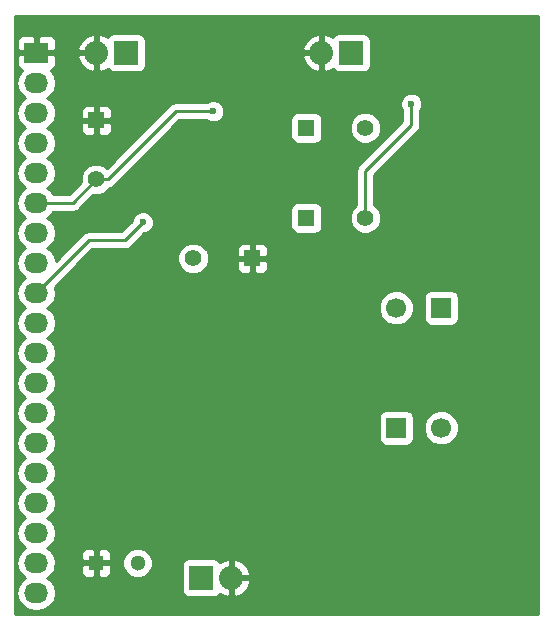
<source format=gbl>
G04 #@! TF.FileFunction,Copper,L2,Bot,Signal*
%FSLAX46Y46*%
G04 Gerber Fmt 4.6, Leading zero omitted, Abs format (unit mm)*
G04 Created by KiCad (PCBNEW 4.0.4+e1-6308~48~ubuntu16.04.1-stable) date Mon Oct 24 15:14:34 2016*
%MOMM*%
%LPD*%
G01*
G04 APERTURE LIST*
%ADD10C,0.100000*%
%ADD11R,1.400000X1.400000*%
%ADD12C,1.400000*%
%ADD13C,1.300000*%
%ADD14R,1.300000X1.300000*%
%ADD15R,2.032000X2.032000*%
%ADD16O,2.032000X2.032000*%
%ADD17R,2.032000X1.727200*%
%ADD18O,2.032000X1.727200*%
%ADD19C,1.699260*%
%ADD20R,1.699260X1.699260*%
%ADD21C,0.600000*%
%ADD22C,0.250000*%
%ADD23C,0.254000*%
G04 APERTURE END LIST*
D10*
D11*
X64770000Y-88265000D03*
D12*
X64770000Y-93265000D03*
D11*
X82550000Y-88900000D03*
D12*
X87550000Y-88900000D03*
D11*
X82550000Y-96520000D03*
D12*
X87550000Y-96520000D03*
D13*
X68270000Y-125730000D03*
D14*
X64770000Y-125730000D03*
D15*
X73660000Y-127000000D03*
D16*
X76200000Y-127000000D03*
D15*
X67310000Y-82550000D03*
D16*
X64770000Y-82550000D03*
D15*
X86360000Y-82550000D03*
D16*
X83820000Y-82550000D03*
D11*
X77978000Y-99949000D03*
D12*
X72978000Y-99949000D03*
D17*
X59690000Y-82550000D03*
D18*
X59690000Y-85090000D03*
X59690000Y-87630000D03*
X59690000Y-90170000D03*
X59690000Y-92710000D03*
X59690000Y-95250000D03*
X59690000Y-97790000D03*
X59690000Y-100330000D03*
X59690000Y-102870000D03*
X59690000Y-105410000D03*
X59690000Y-107950000D03*
X59690000Y-110490000D03*
X59690000Y-113030000D03*
X59690000Y-115570000D03*
X59690000Y-118110000D03*
X59690000Y-120650000D03*
X59690000Y-123190000D03*
X59690000Y-125730000D03*
X59690000Y-128270000D03*
D19*
X90167460Y-104139480D03*
D20*
X90167460Y-114299480D03*
D19*
X93982540Y-114300520D03*
D20*
X93982540Y-104140520D03*
D21*
X74676000Y-87503000D03*
X91440000Y-86868000D03*
X68707000Y-96901000D03*
D22*
X64770000Y-93265000D02*
X65739000Y-93265000D01*
X71501000Y-87503000D02*
X74676000Y-87503000D01*
X65739000Y-93265000D02*
X71501000Y-87503000D01*
X59690000Y-95250000D02*
X62785000Y-95250000D01*
X62785000Y-95250000D02*
X64770000Y-93265000D01*
X87550000Y-96520000D02*
X87550000Y-92536000D01*
X91440000Y-88646000D02*
X91440000Y-86868000D01*
X87550000Y-92536000D02*
X91440000Y-88646000D01*
X59690000Y-102870000D02*
X64135000Y-98425000D01*
X67183000Y-98425000D02*
X68707000Y-96901000D01*
X64135000Y-98425000D02*
X67183000Y-98425000D01*
D23*
G36*
X102160000Y-130100000D02*
X57860000Y-130100000D01*
X57860000Y-85090000D01*
X58006655Y-85090000D01*
X58120729Y-85663489D01*
X58445585Y-86149670D01*
X58760366Y-86360000D01*
X58445585Y-86570330D01*
X58120729Y-87056511D01*
X58006655Y-87630000D01*
X58120729Y-88203489D01*
X58445585Y-88689670D01*
X58760366Y-88900000D01*
X58445585Y-89110330D01*
X58120729Y-89596511D01*
X58006655Y-90170000D01*
X58120729Y-90743489D01*
X58445585Y-91229670D01*
X58760366Y-91440000D01*
X58445585Y-91650330D01*
X58120729Y-92136511D01*
X58006655Y-92710000D01*
X58120729Y-93283489D01*
X58445585Y-93769670D01*
X58760366Y-93980000D01*
X58445585Y-94190330D01*
X58120729Y-94676511D01*
X58006655Y-95250000D01*
X58120729Y-95823489D01*
X58445585Y-96309670D01*
X58760366Y-96520000D01*
X58445585Y-96730330D01*
X58120729Y-97216511D01*
X58006655Y-97790000D01*
X58120729Y-98363489D01*
X58445585Y-98849670D01*
X58760366Y-99060000D01*
X58445585Y-99270330D01*
X58120729Y-99756511D01*
X58006655Y-100330000D01*
X58120729Y-100903489D01*
X58445585Y-101389670D01*
X58760366Y-101600000D01*
X58445585Y-101810330D01*
X58120729Y-102296511D01*
X58006655Y-102870000D01*
X58120729Y-103443489D01*
X58445585Y-103929670D01*
X58760366Y-104140000D01*
X58445585Y-104350330D01*
X58120729Y-104836511D01*
X58006655Y-105410000D01*
X58120729Y-105983489D01*
X58445585Y-106469670D01*
X58760366Y-106680000D01*
X58445585Y-106890330D01*
X58120729Y-107376511D01*
X58006655Y-107950000D01*
X58120729Y-108523489D01*
X58445585Y-109009670D01*
X58760366Y-109220000D01*
X58445585Y-109430330D01*
X58120729Y-109916511D01*
X58006655Y-110490000D01*
X58120729Y-111063489D01*
X58445585Y-111549670D01*
X58760366Y-111760000D01*
X58445585Y-111970330D01*
X58120729Y-112456511D01*
X58006655Y-113030000D01*
X58120729Y-113603489D01*
X58445585Y-114089670D01*
X58760366Y-114300000D01*
X58445585Y-114510330D01*
X58120729Y-114996511D01*
X58006655Y-115570000D01*
X58120729Y-116143489D01*
X58445585Y-116629670D01*
X58760366Y-116840000D01*
X58445585Y-117050330D01*
X58120729Y-117536511D01*
X58006655Y-118110000D01*
X58120729Y-118683489D01*
X58445585Y-119169670D01*
X58760366Y-119380000D01*
X58445585Y-119590330D01*
X58120729Y-120076511D01*
X58006655Y-120650000D01*
X58120729Y-121223489D01*
X58445585Y-121709670D01*
X58760366Y-121920000D01*
X58445585Y-122130330D01*
X58120729Y-122616511D01*
X58006655Y-123190000D01*
X58120729Y-123763489D01*
X58445585Y-124249670D01*
X58760366Y-124460000D01*
X58445585Y-124670330D01*
X58120729Y-125156511D01*
X58006655Y-125730000D01*
X58120729Y-126303489D01*
X58445585Y-126789670D01*
X58760366Y-127000000D01*
X58445585Y-127210330D01*
X58120729Y-127696511D01*
X58006655Y-128270000D01*
X58120729Y-128843489D01*
X58445585Y-129329670D01*
X58931766Y-129654526D01*
X59505255Y-129768600D01*
X59874745Y-129768600D01*
X60448234Y-129654526D01*
X60934415Y-129329670D01*
X61259271Y-128843489D01*
X61373345Y-128270000D01*
X61259271Y-127696511D01*
X60934415Y-127210330D01*
X60619634Y-127000000D01*
X60934415Y-126789670D01*
X61259271Y-126303489D01*
X61316505Y-126015750D01*
X63485000Y-126015750D01*
X63485000Y-126506310D01*
X63581673Y-126739699D01*
X63760302Y-126918327D01*
X63993691Y-127015000D01*
X64484250Y-127015000D01*
X64643000Y-126856250D01*
X64643000Y-125857000D01*
X64897000Y-125857000D01*
X64897000Y-126856250D01*
X65055750Y-127015000D01*
X65546309Y-127015000D01*
X65779698Y-126918327D01*
X65958327Y-126739699D01*
X66055000Y-126506310D01*
X66055000Y-126015750D01*
X66023731Y-125984481D01*
X66984777Y-125984481D01*
X67179995Y-126456943D01*
X67541155Y-126818735D01*
X68013276Y-127014777D01*
X68524481Y-127015223D01*
X68996943Y-126820005D01*
X69358735Y-126458845D01*
X69554777Y-125986724D01*
X69554779Y-125984000D01*
X71996560Y-125984000D01*
X71996560Y-128016000D01*
X72040838Y-128251317D01*
X72179910Y-128467441D01*
X72392110Y-128612431D01*
X72644000Y-128663440D01*
X74676000Y-128663440D01*
X74911317Y-128619162D01*
X75127441Y-128480090D01*
X75227856Y-128333128D01*
X75231621Y-128337188D01*
X75817054Y-128605983D01*
X76073000Y-128487367D01*
X76073000Y-127127000D01*
X76327000Y-127127000D01*
X76327000Y-128487367D01*
X76582946Y-128605983D01*
X77168379Y-128337188D01*
X77606385Y-127864818D01*
X77805975Y-127382944D01*
X77686836Y-127127000D01*
X76327000Y-127127000D01*
X76073000Y-127127000D01*
X76053000Y-127127000D01*
X76053000Y-126873000D01*
X76073000Y-126873000D01*
X76073000Y-125512633D01*
X76327000Y-125512633D01*
X76327000Y-126873000D01*
X77686836Y-126873000D01*
X77805975Y-126617056D01*
X77606385Y-126135182D01*
X77168379Y-125662812D01*
X76582946Y-125394017D01*
X76327000Y-125512633D01*
X76073000Y-125512633D01*
X75817054Y-125394017D01*
X75231621Y-125662812D01*
X75227066Y-125667724D01*
X75140090Y-125532559D01*
X74927890Y-125387569D01*
X74676000Y-125336560D01*
X72644000Y-125336560D01*
X72408683Y-125380838D01*
X72192559Y-125519910D01*
X72047569Y-125732110D01*
X71996560Y-125984000D01*
X69554779Y-125984000D01*
X69555223Y-125475519D01*
X69360005Y-125003057D01*
X68998845Y-124641265D01*
X68526724Y-124445223D01*
X68015519Y-124444777D01*
X67543057Y-124639995D01*
X67181265Y-125001155D01*
X66985223Y-125473276D01*
X66984777Y-125984481D01*
X66023731Y-125984481D01*
X65896250Y-125857000D01*
X64897000Y-125857000D01*
X64643000Y-125857000D01*
X63643750Y-125857000D01*
X63485000Y-126015750D01*
X61316505Y-126015750D01*
X61373345Y-125730000D01*
X61259271Y-125156511D01*
X61123751Y-124953690D01*
X63485000Y-124953690D01*
X63485000Y-125444250D01*
X63643750Y-125603000D01*
X64643000Y-125603000D01*
X64643000Y-124603750D01*
X64897000Y-124603750D01*
X64897000Y-125603000D01*
X65896250Y-125603000D01*
X66055000Y-125444250D01*
X66055000Y-124953690D01*
X65958327Y-124720301D01*
X65779698Y-124541673D01*
X65546309Y-124445000D01*
X65055750Y-124445000D01*
X64897000Y-124603750D01*
X64643000Y-124603750D01*
X64484250Y-124445000D01*
X63993691Y-124445000D01*
X63760302Y-124541673D01*
X63581673Y-124720301D01*
X63485000Y-124953690D01*
X61123751Y-124953690D01*
X60934415Y-124670330D01*
X60619634Y-124460000D01*
X60934415Y-124249670D01*
X61259271Y-123763489D01*
X61373345Y-123190000D01*
X61259271Y-122616511D01*
X60934415Y-122130330D01*
X60619634Y-121920000D01*
X60934415Y-121709670D01*
X61259271Y-121223489D01*
X61373345Y-120650000D01*
X61259271Y-120076511D01*
X60934415Y-119590330D01*
X60619634Y-119380000D01*
X60934415Y-119169670D01*
X61259271Y-118683489D01*
X61373345Y-118110000D01*
X61259271Y-117536511D01*
X60934415Y-117050330D01*
X60619634Y-116840000D01*
X60934415Y-116629670D01*
X61259271Y-116143489D01*
X61373345Y-115570000D01*
X61259271Y-114996511D01*
X60934415Y-114510330D01*
X60619634Y-114300000D01*
X60934415Y-114089670D01*
X61259271Y-113603489D01*
X61289831Y-113449850D01*
X88670390Y-113449850D01*
X88670390Y-115149110D01*
X88714668Y-115384427D01*
X88853740Y-115600551D01*
X89065940Y-115745541D01*
X89317830Y-115796550D01*
X91017090Y-115796550D01*
X91252407Y-115752272D01*
X91468531Y-115613200D01*
X91613521Y-115401000D01*
X91664530Y-115149110D01*
X91664530Y-114594536D01*
X92497652Y-114594536D01*
X92723198Y-115140397D01*
X93140466Y-115558394D01*
X93685933Y-115784892D01*
X94276556Y-115785408D01*
X94822417Y-115559862D01*
X95240414Y-115142594D01*
X95466912Y-114597127D01*
X95467428Y-114006504D01*
X95241882Y-113460643D01*
X94824614Y-113042646D01*
X94279147Y-112816148D01*
X93688524Y-112815632D01*
X93142663Y-113041178D01*
X92724666Y-113458446D01*
X92498168Y-114003913D01*
X92497652Y-114594536D01*
X91664530Y-114594536D01*
X91664530Y-113449850D01*
X91620252Y-113214533D01*
X91481180Y-112998409D01*
X91268980Y-112853419D01*
X91017090Y-112802410D01*
X89317830Y-112802410D01*
X89082513Y-112846688D01*
X88866389Y-112985760D01*
X88721399Y-113197960D01*
X88670390Y-113449850D01*
X61289831Y-113449850D01*
X61373345Y-113030000D01*
X61259271Y-112456511D01*
X60934415Y-111970330D01*
X60619634Y-111760000D01*
X60934415Y-111549670D01*
X61259271Y-111063489D01*
X61373345Y-110490000D01*
X61259271Y-109916511D01*
X60934415Y-109430330D01*
X60619634Y-109220000D01*
X60934415Y-109009670D01*
X61259271Y-108523489D01*
X61373345Y-107950000D01*
X61259271Y-107376511D01*
X60934415Y-106890330D01*
X60619634Y-106680000D01*
X60934415Y-106469670D01*
X61259271Y-105983489D01*
X61373345Y-105410000D01*
X61259271Y-104836511D01*
X60989985Y-104433496D01*
X88682572Y-104433496D01*
X88908118Y-104979357D01*
X89325386Y-105397354D01*
X89870853Y-105623852D01*
X90461476Y-105624368D01*
X91007337Y-105398822D01*
X91425334Y-104981554D01*
X91651832Y-104436087D01*
X91652348Y-103845464D01*
X91426802Y-103299603D01*
X91418105Y-103290890D01*
X92485470Y-103290890D01*
X92485470Y-104990150D01*
X92529748Y-105225467D01*
X92668820Y-105441591D01*
X92881020Y-105586581D01*
X93132910Y-105637590D01*
X94832170Y-105637590D01*
X95067487Y-105593312D01*
X95283611Y-105454240D01*
X95428601Y-105242040D01*
X95479610Y-104990150D01*
X95479610Y-103290890D01*
X95435332Y-103055573D01*
X95296260Y-102839449D01*
X95084060Y-102694459D01*
X94832170Y-102643450D01*
X93132910Y-102643450D01*
X92897593Y-102687728D01*
X92681469Y-102826800D01*
X92536479Y-103039000D01*
X92485470Y-103290890D01*
X91418105Y-103290890D01*
X91009534Y-102881606D01*
X90464067Y-102655108D01*
X89873444Y-102654592D01*
X89327583Y-102880138D01*
X88909586Y-103297406D01*
X88683088Y-103842873D01*
X88682572Y-104433496D01*
X60989985Y-104433496D01*
X60934415Y-104350330D01*
X60619634Y-104140000D01*
X60934415Y-103929670D01*
X61259271Y-103443489D01*
X61373345Y-102870000D01*
X61272381Y-102362421D01*
X63421419Y-100213383D01*
X71642769Y-100213383D01*
X71845582Y-100704229D01*
X72220796Y-101080098D01*
X72711287Y-101283768D01*
X73242383Y-101284231D01*
X73733229Y-101081418D01*
X74109098Y-100706204D01*
X74304863Y-100234750D01*
X76643000Y-100234750D01*
X76643000Y-100775310D01*
X76739673Y-101008699D01*
X76918302Y-101187327D01*
X77151691Y-101284000D01*
X77692250Y-101284000D01*
X77851000Y-101125250D01*
X77851000Y-100076000D01*
X78105000Y-100076000D01*
X78105000Y-101125250D01*
X78263750Y-101284000D01*
X78804309Y-101284000D01*
X79037698Y-101187327D01*
X79216327Y-101008699D01*
X79313000Y-100775310D01*
X79313000Y-100234750D01*
X79154250Y-100076000D01*
X78105000Y-100076000D01*
X77851000Y-100076000D01*
X76801750Y-100076000D01*
X76643000Y-100234750D01*
X74304863Y-100234750D01*
X74312768Y-100215713D01*
X74313231Y-99684617D01*
X74110418Y-99193771D01*
X74039461Y-99122690D01*
X76643000Y-99122690D01*
X76643000Y-99663250D01*
X76801750Y-99822000D01*
X77851000Y-99822000D01*
X77851000Y-98772750D01*
X78105000Y-98772750D01*
X78105000Y-99822000D01*
X79154250Y-99822000D01*
X79313000Y-99663250D01*
X79313000Y-99122690D01*
X79216327Y-98889301D01*
X79037698Y-98710673D01*
X78804309Y-98614000D01*
X78263750Y-98614000D01*
X78105000Y-98772750D01*
X77851000Y-98772750D01*
X77692250Y-98614000D01*
X77151691Y-98614000D01*
X76918302Y-98710673D01*
X76739673Y-98889301D01*
X76643000Y-99122690D01*
X74039461Y-99122690D01*
X73735204Y-98817902D01*
X73244713Y-98614232D01*
X72713617Y-98613769D01*
X72222771Y-98816582D01*
X71846902Y-99191796D01*
X71643232Y-99682287D01*
X71642769Y-100213383D01*
X63421419Y-100213383D01*
X64449802Y-99185000D01*
X67183000Y-99185000D01*
X67473839Y-99127148D01*
X67720401Y-98962401D01*
X68846680Y-97836122D01*
X68892167Y-97836162D01*
X69235943Y-97694117D01*
X69499192Y-97431327D01*
X69641838Y-97087799D01*
X69642162Y-96715833D01*
X69500117Y-96372057D01*
X69237327Y-96108808D01*
X68893799Y-95966162D01*
X68521833Y-95965838D01*
X68178057Y-96107883D01*
X67914808Y-96370673D01*
X67772162Y-96714201D01*
X67772121Y-96761077D01*
X66868198Y-97665000D01*
X64135000Y-97665000D01*
X63844160Y-97722852D01*
X63597599Y-97887599D01*
X61337152Y-100148046D01*
X61259271Y-99756511D01*
X60934415Y-99270330D01*
X60619634Y-99060000D01*
X60934415Y-98849670D01*
X61259271Y-98363489D01*
X61373345Y-97790000D01*
X61259271Y-97216511D01*
X60934415Y-96730330D01*
X60619634Y-96520000D01*
X60934415Y-96309670D01*
X61134648Y-96010000D01*
X62785000Y-96010000D01*
X63075839Y-95952148D01*
X63273613Y-95820000D01*
X81202560Y-95820000D01*
X81202560Y-97220000D01*
X81246838Y-97455317D01*
X81385910Y-97671441D01*
X81598110Y-97816431D01*
X81850000Y-97867440D01*
X83250000Y-97867440D01*
X83485317Y-97823162D01*
X83701441Y-97684090D01*
X83846431Y-97471890D01*
X83897440Y-97220000D01*
X83897440Y-96784383D01*
X86214769Y-96784383D01*
X86417582Y-97275229D01*
X86792796Y-97651098D01*
X87283287Y-97854768D01*
X87814383Y-97855231D01*
X88305229Y-97652418D01*
X88681098Y-97277204D01*
X88884768Y-96786713D01*
X88885231Y-96255617D01*
X88682418Y-95764771D01*
X88310000Y-95391703D01*
X88310000Y-92850802D01*
X91977401Y-89183401D01*
X92142148Y-88936839D01*
X92200000Y-88646000D01*
X92200000Y-87430463D01*
X92232192Y-87398327D01*
X92374838Y-87054799D01*
X92375162Y-86682833D01*
X92233117Y-86339057D01*
X91970327Y-86075808D01*
X91626799Y-85933162D01*
X91254833Y-85932838D01*
X90911057Y-86074883D01*
X90647808Y-86337673D01*
X90505162Y-86681201D01*
X90504838Y-87053167D01*
X90646883Y-87396943D01*
X90680000Y-87430118D01*
X90680000Y-88331198D01*
X87012599Y-91998599D01*
X86847852Y-92245161D01*
X86790000Y-92536000D01*
X86790000Y-95392345D01*
X86418902Y-95762796D01*
X86215232Y-96253287D01*
X86214769Y-96784383D01*
X83897440Y-96784383D01*
X83897440Y-95820000D01*
X83853162Y-95584683D01*
X83714090Y-95368559D01*
X83501890Y-95223569D01*
X83250000Y-95172560D01*
X81850000Y-95172560D01*
X81614683Y-95216838D01*
X81398559Y-95355910D01*
X81253569Y-95568110D01*
X81202560Y-95820000D01*
X63273613Y-95820000D01*
X63322401Y-95787401D01*
X64510028Y-94599774D01*
X65034383Y-94600231D01*
X65525229Y-94397418D01*
X65901098Y-94022204D01*
X65914427Y-93990105D01*
X66029839Y-93967148D01*
X66276401Y-93802401D01*
X71815802Y-88263000D01*
X74113537Y-88263000D01*
X74145673Y-88295192D01*
X74489201Y-88437838D01*
X74861167Y-88438162D01*
X75204943Y-88296117D01*
X75301227Y-88200000D01*
X81202560Y-88200000D01*
X81202560Y-89600000D01*
X81246838Y-89835317D01*
X81385910Y-90051441D01*
X81598110Y-90196431D01*
X81850000Y-90247440D01*
X83250000Y-90247440D01*
X83485317Y-90203162D01*
X83701441Y-90064090D01*
X83846431Y-89851890D01*
X83897440Y-89600000D01*
X83897440Y-89164383D01*
X86214769Y-89164383D01*
X86417582Y-89655229D01*
X86792796Y-90031098D01*
X87283287Y-90234768D01*
X87814383Y-90235231D01*
X88305229Y-90032418D01*
X88681098Y-89657204D01*
X88884768Y-89166713D01*
X88885231Y-88635617D01*
X88682418Y-88144771D01*
X88307204Y-87768902D01*
X87816713Y-87565232D01*
X87285617Y-87564769D01*
X86794771Y-87767582D01*
X86418902Y-88142796D01*
X86215232Y-88633287D01*
X86214769Y-89164383D01*
X83897440Y-89164383D01*
X83897440Y-88200000D01*
X83853162Y-87964683D01*
X83714090Y-87748559D01*
X83501890Y-87603569D01*
X83250000Y-87552560D01*
X81850000Y-87552560D01*
X81614683Y-87596838D01*
X81398559Y-87735910D01*
X81253569Y-87948110D01*
X81202560Y-88200000D01*
X75301227Y-88200000D01*
X75468192Y-88033327D01*
X75610838Y-87689799D01*
X75611162Y-87317833D01*
X75469117Y-86974057D01*
X75206327Y-86710808D01*
X74862799Y-86568162D01*
X74490833Y-86567838D01*
X74147057Y-86709883D01*
X74113882Y-86743000D01*
X71501000Y-86743000D01*
X71210161Y-86800852D01*
X70963599Y-86965599D01*
X65661133Y-92268065D01*
X65527204Y-92133902D01*
X65036713Y-91930232D01*
X64505617Y-91929769D01*
X64014771Y-92132582D01*
X63638902Y-92507796D01*
X63435232Y-92998287D01*
X63434772Y-93525426D01*
X62470198Y-94490000D01*
X61134648Y-94490000D01*
X60934415Y-94190330D01*
X60619634Y-93980000D01*
X60934415Y-93769670D01*
X61259271Y-93283489D01*
X61373345Y-92710000D01*
X61259271Y-92136511D01*
X60934415Y-91650330D01*
X60619634Y-91440000D01*
X60934415Y-91229670D01*
X61259271Y-90743489D01*
X61373345Y-90170000D01*
X61259271Y-89596511D01*
X60934415Y-89110330D01*
X60619634Y-88900000D01*
X60934415Y-88689670D01*
X61027238Y-88550750D01*
X63435000Y-88550750D01*
X63435000Y-89091309D01*
X63531673Y-89324698D01*
X63710301Y-89503327D01*
X63943690Y-89600000D01*
X64484250Y-89600000D01*
X64643000Y-89441250D01*
X64643000Y-88392000D01*
X64897000Y-88392000D01*
X64897000Y-89441250D01*
X65055750Y-89600000D01*
X65596310Y-89600000D01*
X65829699Y-89503327D01*
X66008327Y-89324698D01*
X66105000Y-89091309D01*
X66105000Y-88550750D01*
X65946250Y-88392000D01*
X64897000Y-88392000D01*
X64643000Y-88392000D01*
X63593750Y-88392000D01*
X63435000Y-88550750D01*
X61027238Y-88550750D01*
X61259271Y-88203489D01*
X61373345Y-87630000D01*
X61335292Y-87438691D01*
X63435000Y-87438691D01*
X63435000Y-87979250D01*
X63593750Y-88138000D01*
X64643000Y-88138000D01*
X64643000Y-87088750D01*
X64897000Y-87088750D01*
X64897000Y-88138000D01*
X65946250Y-88138000D01*
X66105000Y-87979250D01*
X66105000Y-87438691D01*
X66008327Y-87205302D01*
X65829699Y-87026673D01*
X65596310Y-86930000D01*
X65055750Y-86930000D01*
X64897000Y-87088750D01*
X64643000Y-87088750D01*
X64484250Y-86930000D01*
X63943690Y-86930000D01*
X63710301Y-87026673D01*
X63531673Y-87205302D01*
X63435000Y-87438691D01*
X61335292Y-87438691D01*
X61259271Y-87056511D01*
X60934415Y-86570330D01*
X60619634Y-86360000D01*
X60934415Y-86149670D01*
X61259271Y-85663489D01*
X61373345Y-85090000D01*
X61259271Y-84516511D01*
X60934415Y-84030330D01*
X60912220Y-84015500D01*
X61065699Y-83951927D01*
X61244327Y-83773298D01*
X61341000Y-83539909D01*
X61341000Y-82932944D01*
X63164025Y-82932944D01*
X63363615Y-83414818D01*
X63801621Y-83887188D01*
X64387054Y-84155983D01*
X64643000Y-84037367D01*
X64643000Y-82677000D01*
X63283164Y-82677000D01*
X63164025Y-82932944D01*
X61341000Y-82932944D01*
X61341000Y-82835750D01*
X61182250Y-82677000D01*
X59817000Y-82677000D01*
X59817000Y-82697000D01*
X59563000Y-82697000D01*
X59563000Y-82677000D01*
X58197750Y-82677000D01*
X58039000Y-82835750D01*
X58039000Y-83539909D01*
X58135673Y-83773298D01*
X58314301Y-83951927D01*
X58467780Y-84015500D01*
X58445585Y-84030330D01*
X58120729Y-84516511D01*
X58006655Y-85090000D01*
X57860000Y-85090000D01*
X57860000Y-81560091D01*
X58039000Y-81560091D01*
X58039000Y-82264250D01*
X58197750Y-82423000D01*
X59563000Y-82423000D01*
X59563000Y-81210150D01*
X59817000Y-81210150D01*
X59817000Y-82423000D01*
X61182250Y-82423000D01*
X61341000Y-82264250D01*
X61341000Y-82167056D01*
X63164025Y-82167056D01*
X63283164Y-82423000D01*
X64643000Y-82423000D01*
X64643000Y-81062633D01*
X64897000Y-81062633D01*
X64897000Y-82423000D01*
X64917000Y-82423000D01*
X64917000Y-82677000D01*
X64897000Y-82677000D01*
X64897000Y-84037367D01*
X65152946Y-84155983D01*
X65738379Y-83887188D01*
X65742934Y-83882276D01*
X65829910Y-84017441D01*
X66042110Y-84162431D01*
X66294000Y-84213440D01*
X68326000Y-84213440D01*
X68561317Y-84169162D01*
X68777441Y-84030090D01*
X68922431Y-83817890D01*
X68973440Y-83566000D01*
X68973440Y-82932944D01*
X82214025Y-82932944D01*
X82413615Y-83414818D01*
X82851621Y-83887188D01*
X83437054Y-84155983D01*
X83693000Y-84037367D01*
X83693000Y-82677000D01*
X82333164Y-82677000D01*
X82214025Y-82932944D01*
X68973440Y-82932944D01*
X68973440Y-82167056D01*
X82214025Y-82167056D01*
X82333164Y-82423000D01*
X83693000Y-82423000D01*
X83693000Y-81062633D01*
X83947000Y-81062633D01*
X83947000Y-82423000D01*
X83967000Y-82423000D01*
X83967000Y-82677000D01*
X83947000Y-82677000D01*
X83947000Y-84037367D01*
X84202946Y-84155983D01*
X84788379Y-83887188D01*
X84792934Y-83882276D01*
X84879910Y-84017441D01*
X85092110Y-84162431D01*
X85344000Y-84213440D01*
X87376000Y-84213440D01*
X87611317Y-84169162D01*
X87827441Y-84030090D01*
X87972431Y-83817890D01*
X88023440Y-83566000D01*
X88023440Y-81534000D01*
X87979162Y-81298683D01*
X87840090Y-81082559D01*
X87627890Y-80937569D01*
X87376000Y-80886560D01*
X85344000Y-80886560D01*
X85108683Y-80930838D01*
X84892559Y-81069910D01*
X84792144Y-81216872D01*
X84788379Y-81212812D01*
X84202946Y-80944017D01*
X83947000Y-81062633D01*
X83693000Y-81062633D01*
X83437054Y-80944017D01*
X82851621Y-81212812D01*
X82413615Y-81685182D01*
X82214025Y-82167056D01*
X68973440Y-82167056D01*
X68973440Y-81534000D01*
X68929162Y-81298683D01*
X68790090Y-81082559D01*
X68577890Y-80937569D01*
X68326000Y-80886560D01*
X66294000Y-80886560D01*
X66058683Y-80930838D01*
X65842559Y-81069910D01*
X65742144Y-81216872D01*
X65738379Y-81212812D01*
X65152946Y-80944017D01*
X64897000Y-81062633D01*
X64643000Y-81062633D01*
X64387054Y-80944017D01*
X63801621Y-81212812D01*
X63363615Y-81685182D01*
X63164025Y-82167056D01*
X61341000Y-82167056D01*
X61341000Y-81560091D01*
X61244327Y-81326702D01*
X61065699Y-81148073D01*
X60832310Y-81051400D01*
X59975750Y-81051400D01*
X59817000Y-81210150D01*
X59563000Y-81210150D01*
X59404250Y-81051400D01*
X58547690Y-81051400D01*
X58314301Y-81148073D01*
X58135673Y-81326702D01*
X58039000Y-81560091D01*
X57860000Y-81560091D01*
X57860000Y-79450000D01*
X102160000Y-79450000D01*
X102160000Y-130100000D01*
X102160000Y-130100000D01*
G37*
X102160000Y-130100000D02*
X57860000Y-130100000D01*
X57860000Y-85090000D01*
X58006655Y-85090000D01*
X58120729Y-85663489D01*
X58445585Y-86149670D01*
X58760366Y-86360000D01*
X58445585Y-86570330D01*
X58120729Y-87056511D01*
X58006655Y-87630000D01*
X58120729Y-88203489D01*
X58445585Y-88689670D01*
X58760366Y-88900000D01*
X58445585Y-89110330D01*
X58120729Y-89596511D01*
X58006655Y-90170000D01*
X58120729Y-90743489D01*
X58445585Y-91229670D01*
X58760366Y-91440000D01*
X58445585Y-91650330D01*
X58120729Y-92136511D01*
X58006655Y-92710000D01*
X58120729Y-93283489D01*
X58445585Y-93769670D01*
X58760366Y-93980000D01*
X58445585Y-94190330D01*
X58120729Y-94676511D01*
X58006655Y-95250000D01*
X58120729Y-95823489D01*
X58445585Y-96309670D01*
X58760366Y-96520000D01*
X58445585Y-96730330D01*
X58120729Y-97216511D01*
X58006655Y-97790000D01*
X58120729Y-98363489D01*
X58445585Y-98849670D01*
X58760366Y-99060000D01*
X58445585Y-99270330D01*
X58120729Y-99756511D01*
X58006655Y-100330000D01*
X58120729Y-100903489D01*
X58445585Y-101389670D01*
X58760366Y-101600000D01*
X58445585Y-101810330D01*
X58120729Y-102296511D01*
X58006655Y-102870000D01*
X58120729Y-103443489D01*
X58445585Y-103929670D01*
X58760366Y-104140000D01*
X58445585Y-104350330D01*
X58120729Y-104836511D01*
X58006655Y-105410000D01*
X58120729Y-105983489D01*
X58445585Y-106469670D01*
X58760366Y-106680000D01*
X58445585Y-106890330D01*
X58120729Y-107376511D01*
X58006655Y-107950000D01*
X58120729Y-108523489D01*
X58445585Y-109009670D01*
X58760366Y-109220000D01*
X58445585Y-109430330D01*
X58120729Y-109916511D01*
X58006655Y-110490000D01*
X58120729Y-111063489D01*
X58445585Y-111549670D01*
X58760366Y-111760000D01*
X58445585Y-111970330D01*
X58120729Y-112456511D01*
X58006655Y-113030000D01*
X58120729Y-113603489D01*
X58445585Y-114089670D01*
X58760366Y-114300000D01*
X58445585Y-114510330D01*
X58120729Y-114996511D01*
X58006655Y-115570000D01*
X58120729Y-116143489D01*
X58445585Y-116629670D01*
X58760366Y-116840000D01*
X58445585Y-117050330D01*
X58120729Y-117536511D01*
X58006655Y-118110000D01*
X58120729Y-118683489D01*
X58445585Y-119169670D01*
X58760366Y-119380000D01*
X58445585Y-119590330D01*
X58120729Y-120076511D01*
X58006655Y-120650000D01*
X58120729Y-121223489D01*
X58445585Y-121709670D01*
X58760366Y-121920000D01*
X58445585Y-122130330D01*
X58120729Y-122616511D01*
X58006655Y-123190000D01*
X58120729Y-123763489D01*
X58445585Y-124249670D01*
X58760366Y-124460000D01*
X58445585Y-124670330D01*
X58120729Y-125156511D01*
X58006655Y-125730000D01*
X58120729Y-126303489D01*
X58445585Y-126789670D01*
X58760366Y-127000000D01*
X58445585Y-127210330D01*
X58120729Y-127696511D01*
X58006655Y-128270000D01*
X58120729Y-128843489D01*
X58445585Y-129329670D01*
X58931766Y-129654526D01*
X59505255Y-129768600D01*
X59874745Y-129768600D01*
X60448234Y-129654526D01*
X60934415Y-129329670D01*
X61259271Y-128843489D01*
X61373345Y-128270000D01*
X61259271Y-127696511D01*
X60934415Y-127210330D01*
X60619634Y-127000000D01*
X60934415Y-126789670D01*
X61259271Y-126303489D01*
X61316505Y-126015750D01*
X63485000Y-126015750D01*
X63485000Y-126506310D01*
X63581673Y-126739699D01*
X63760302Y-126918327D01*
X63993691Y-127015000D01*
X64484250Y-127015000D01*
X64643000Y-126856250D01*
X64643000Y-125857000D01*
X64897000Y-125857000D01*
X64897000Y-126856250D01*
X65055750Y-127015000D01*
X65546309Y-127015000D01*
X65779698Y-126918327D01*
X65958327Y-126739699D01*
X66055000Y-126506310D01*
X66055000Y-126015750D01*
X66023731Y-125984481D01*
X66984777Y-125984481D01*
X67179995Y-126456943D01*
X67541155Y-126818735D01*
X68013276Y-127014777D01*
X68524481Y-127015223D01*
X68996943Y-126820005D01*
X69358735Y-126458845D01*
X69554777Y-125986724D01*
X69554779Y-125984000D01*
X71996560Y-125984000D01*
X71996560Y-128016000D01*
X72040838Y-128251317D01*
X72179910Y-128467441D01*
X72392110Y-128612431D01*
X72644000Y-128663440D01*
X74676000Y-128663440D01*
X74911317Y-128619162D01*
X75127441Y-128480090D01*
X75227856Y-128333128D01*
X75231621Y-128337188D01*
X75817054Y-128605983D01*
X76073000Y-128487367D01*
X76073000Y-127127000D01*
X76327000Y-127127000D01*
X76327000Y-128487367D01*
X76582946Y-128605983D01*
X77168379Y-128337188D01*
X77606385Y-127864818D01*
X77805975Y-127382944D01*
X77686836Y-127127000D01*
X76327000Y-127127000D01*
X76073000Y-127127000D01*
X76053000Y-127127000D01*
X76053000Y-126873000D01*
X76073000Y-126873000D01*
X76073000Y-125512633D01*
X76327000Y-125512633D01*
X76327000Y-126873000D01*
X77686836Y-126873000D01*
X77805975Y-126617056D01*
X77606385Y-126135182D01*
X77168379Y-125662812D01*
X76582946Y-125394017D01*
X76327000Y-125512633D01*
X76073000Y-125512633D01*
X75817054Y-125394017D01*
X75231621Y-125662812D01*
X75227066Y-125667724D01*
X75140090Y-125532559D01*
X74927890Y-125387569D01*
X74676000Y-125336560D01*
X72644000Y-125336560D01*
X72408683Y-125380838D01*
X72192559Y-125519910D01*
X72047569Y-125732110D01*
X71996560Y-125984000D01*
X69554779Y-125984000D01*
X69555223Y-125475519D01*
X69360005Y-125003057D01*
X68998845Y-124641265D01*
X68526724Y-124445223D01*
X68015519Y-124444777D01*
X67543057Y-124639995D01*
X67181265Y-125001155D01*
X66985223Y-125473276D01*
X66984777Y-125984481D01*
X66023731Y-125984481D01*
X65896250Y-125857000D01*
X64897000Y-125857000D01*
X64643000Y-125857000D01*
X63643750Y-125857000D01*
X63485000Y-126015750D01*
X61316505Y-126015750D01*
X61373345Y-125730000D01*
X61259271Y-125156511D01*
X61123751Y-124953690D01*
X63485000Y-124953690D01*
X63485000Y-125444250D01*
X63643750Y-125603000D01*
X64643000Y-125603000D01*
X64643000Y-124603750D01*
X64897000Y-124603750D01*
X64897000Y-125603000D01*
X65896250Y-125603000D01*
X66055000Y-125444250D01*
X66055000Y-124953690D01*
X65958327Y-124720301D01*
X65779698Y-124541673D01*
X65546309Y-124445000D01*
X65055750Y-124445000D01*
X64897000Y-124603750D01*
X64643000Y-124603750D01*
X64484250Y-124445000D01*
X63993691Y-124445000D01*
X63760302Y-124541673D01*
X63581673Y-124720301D01*
X63485000Y-124953690D01*
X61123751Y-124953690D01*
X60934415Y-124670330D01*
X60619634Y-124460000D01*
X60934415Y-124249670D01*
X61259271Y-123763489D01*
X61373345Y-123190000D01*
X61259271Y-122616511D01*
X60934415Y-122130330D01*
X60619634Y-121920000D01*
X60934415Y-121709670D01*
X61259271Y-121223489D01*
X61373345Y-120650000D01*
X61259271Y-120076511D01*
X60934415Y-119590330D01*
X60619634Y-119380000D01*
X60934415Y-119169670D01*
X61259271Y-118683489D01*
X61373345Y-118110000D01*
X61259271Y-117536511D01*
X60934415Y-117050330D01*
X60619634Y-116840000D01*
X60934415Y-116629670D01*
X61259271Y-116143489D01*
X61373345Y-115570000D01*
X61259271Y-114996511D01*
X60934415Y-114510330D01*
X60619634Y-114300000D01*
X60934415Y-114089670D01*
X61259271Y-113603489D01*
X61289831Y-113449850D01*
X88670390Y-113449850D01*
X88670390Y-115149110D01*
X88714668Y-115384427D01*
X88853740Y-115600551D01*
X89065940Y-115745541D01*
X89317830Y-115796550D01*
X91017090Y-115796550D01*
X91252407Y-115752272D01*
X91468531Y-115613200D01*
X91613521Y-115401000D01*
X91664530Y-115149110D01*
X91664530Y-114594536D01*
X92497652Y-114594536D01*
X92723198Y-115140397D01*
X93140466Y-115558394D01*
X93685933Y-115784892D01*
X94276556Y-115785408D01*
X94822417Y-115559862D01*
X95240414Y-115142594D01*
X95466912Y-114597127D01*
X95467428Y-114006504D01*
X95241882Y-113460643D01*
X94824614Y-113042646D01*
X94279147Y-112816148D01*
X93688524Y-112815632D01*
X93142663Y-113041178D01*
X92724666Y-113458446D01*
X92498168Y-114003913D01*
X92497652Y-114594536D01*
X91664530Y-114594536D01*
X91664530Y-113449850D01*
X91620252Y-113214533D01*
X91481180Y-112998409D01*
X91268980Y-112853419D01*
X91017090Y-112802410D01*
X89317830Y-112802410D01*
X89082513Y-112846688D01*
X88866389Y-112985760D01*
X88721399Y-113197960D01*
X88670390Y-113449850D01*
X61289831Y-113449850D01*
X61373345Y-113030000D01*
X61259271Y-112456511D01*
X60934415Y-111970330D01*
X60619634Y-111760000D01*
X60934415Y-111549670D01*
X61259271Y-111063489D01*
X61373345Y-110490000D01*
X61259271Y-109916511D01*
X60934415Y-109430330D01*
X60619634Y-109220000D01*
X60934415Y-109009670D01*
X61259271Y-108523489D01*
X61373345Y-107950000D01*
X61259271Y-107376511D01*
X60934415Y-106890330D01*
X60619634Y-106680000D01*
X60934415Y-106469670D01*
X61259271Y-105983489D01*
X61373345Y-105410000D01*
X61259271Y-104836511D01*
X60989985Y-104433496D01*
X88682572Y-104433496D01*
X88908118Y-104979357D01*
X89325386Y-105397354D01*
X89870853Y-105623852D01*
X90461476Y-105624368D01*
X91007337Y-105398822D01*
X91425334Y-104981554D01*
X91651832Y-104436087D01*
X91652348Y-103845464D01*
X91426802Y-103299603D01*
X91418105Y-103290890D01*
X92485470Y-103290890D01*
X92485470Y-104990150D01*
X92529748Y-105225467D01*
X92668820Y-105441591D01*
X92881020Y-105586581D01*
X93132910Y-105637590D01*
X94832170Y-105637590D01*
X95067487Y-105593312D01*
X95283611Y-105454240D01*
X95428601Y-105242040D01*
X95479610Y-104990150D01*
X95479610Y-103290890D01*
X95435332Y-103055573D01*
X95296260Y-102839449D01*
X95084060Y-102694459D01*
X94832170Y-102643450D01*
X93132910Y-102643450D01*
X92897593Y-102687728D01*
X92681469Y-102826800D01*
X92536479Y-103039000D01*
X92485470Y-103290890D01*
X91418105Y-103290890D01*
X91009534Y-102881606D01*
X90464067Y-102655108D01*
X89873444Y-102654592D01*
X89327583Y-102880138D01*
X88909586Y-103297406D01*
X88683088Y-103842873D01*
X88682572Y-104433496D01*
X60989985Y-104433496D01*
X60934415Y-104350330D01*
X60619634Y-104140000D01*
X60934415Y-103929670D01*
X61259271Y-103443489D01*
X61373345Y-102870000D01*
X61272381Y-102362421D01*
X63421419Y-100213383D01*
X71642769Y-100213383D01*
X71845582Y-100704229D01*
X72220796Y-101080098D01*
X72711287Y-101283768D01*
X73242383Y-101284231D01*
X73733229Y-101081418D01*
X74109098Y-100706204D01*
X74304863Y-100234750D01*
X76643000Y-100234750D01*
X76643000Y-100775310D01*
X76739673Y-101008699D01*
X76918302Y-101187327D01*
X77151691Y-101284000D01*
X77692250Y-101284000D01*
X77851000Y-101125250D01*
X77851000Y-100076000D01*
X78105000Y-100076000D01*
X78105000Y-101125250D01*
X78263750Y-101284000D01*
X78804309Y-101284000D01*
X79037698Y-101187327D01*
X79216327Y-101008699D01*
X79313000Y-100775310D01*
X79313000Y-100234750D01*
X79154250Y-100076000D01*
X78105000Y-100076000D01*
X77851000Y-100076000D01*
X76801750Y-100076000D01*
X76643000Y-100234750D01*
X74304863Y-100234750D01*
X74312768Y-100215713D01*
X74313231Y-99684617D01*
X74110418Y-99193771D01*
X74039461Y-99122690D01*
X76643000Y-99122690D01*
X76643000Y-99663250D01*
X76801750Y-99822000D01*
X77851000Y-99822000D01*
X77851000Y-98772750D01*
X78105000Y-98772750D01*
X78105000Y-99822000D01*
X79154250Y-99822000D01*
X79313000Y-99663250D01*
X79313000Y-99122690D01*
X79216327Y-98889301D01*
X79037698Y-98710673D01*
X78804309Y-98614000D01*
X78263750Y-98614000D01*
X78105000Y-98772750D01*
X77851000Y-98772750D01*
X77692250Y-98614000D01*
X77151691Y-98614000D01*
X76918302Y-98710673D01*
X76739673Y-98889301D01*
X76643000Y-99122690D01*
X74039461Y-99122690D01*
X73735204Y-98817902D01*
X73244713Y-98614232D01*
X72713617Y-98613769D01*
X72222771Y-98816582D01*
X71846902Y-99191796D01*
X71643232Y-99682287D01*
X71642769Y-100213383D01*
X63421419Y-100213383D01*
X64449802Y-99185000D01*
X67183000Y-99185000D01*
X67473839Y-99127148D01*
X67720401Y-98962401D01*
X68846680Y-97836122D01*
X68892167Y-97836162D01*
X69235943Y-97694117D01*
X69499192Y-97431327D01*
X69641838Y-97087799D01*
X69642162Y-96715833D01*
X69500117Y-96372057D01*
X69237327Y-96108808D01*
X68893799Y-95966162D01*
X68521833Y-95965838D01*
X68178057Y-96107883D01*
X67914808Y-96370673D01*
X67772162Y-96714201D01*
X67772121Y-96761077D01*
X66868198Y-97665000D01*
X64135000Y-97665000D01*
X63844160Y-97722852D01*
X63597599Y-97887599D01*
X61337152Y-100148046D01*
X61259271Y-99756511D01*
X60934415Y-99270330D01*
X60619634Y-99060000D01*
X60934415Y-98849670D01*
X61259271Y-98363489D01*
X61373345Y-97790000D01*
X61259271Y-97216511D01*
X60934415Y-96730330D01*
X60619634Y-96520000D01*
X60934415Y-96309670D01*
X61134648Y-96010000D01*
X62785000Y-96010000D01*
X63075839Y-95952148D01*
X63273613Y-95820000D01*
X81202560Y-95820000D01*
X81202560Y-97220000D01*
X81246838Y-97455317D01*
X81385910Y-97671441D01*
X81598110Y-97816431D01*
X81850000Y-97867440D01*
X83250000Y-97867440D01*
X83485317Y-97823162D01*
X83701441Y-97684090D01*
X83846431Y-97471890D01*
X83897440Y-97220000D01*
X83897440Y-96784383D01*
X86214769Y-96784383D01*
X86417582Y-97275229D01*
X86792796Y-97651098D01*
X87283287Y-97854768D01*
X87814383Y-97855231D01*
X88305229Y-97652418D01*
X88681098Y-97277204D01*
X88884768Y-96786713D01*
X88885231Y-96255617D01*
X88682418Y-95764771D01*
X88310000Y-95391703D01*
X88310000Y-92850802D01*
X91977401Y-89183401D01*
X92142148Y-88936839D01*
X92200000Y-88646000D01*
X92200000Y-87430463D01*
X92232192Y-87398327D01*
X92374838Y-87054799D01*
X92375162Y-86682833D01*
X92233117Y-86339057D01*
X91970327Y-86075808D01*
X91626799Y-85933162D01*
X91254833Y-85932838D01*
X90911057Y-86074883D01*
X90647808Y-86337673D01*
X90505162Y-86681201D01*
X90504838Y-87053167D01*
X90646883Y-87396943D01*
X90680000Y-87430118D01*
X90680000Y-88331198D01*
X87012599Y-91998599D01*
X86847852Y-92245161D01*
X86790000Y-92536000D01*
X86790000Y-95392345D01*
X86418902Y-95762796D01*
X86215232Y-96253287D01*
X86214769Y-96784383D01*
X83897440Y-96784383D01*
X83897440Y-95820000D01*
X83853162Y-95584683D01*
X83714090Y-95368559D01*
X83501890Y-95223569D01*
X83250000Y-95172560D01*
X81850000Y-95172560D01*
X81614683Y-95216838D01*
X81398559Y-95355910D01*
X81253569Y-95568110D01*
X81202560Y-95820000D01*
X63273613Y-95820000D01*
X63322401Y-95787401D01*
X64510028Y-94599774D01*
X65034383Y-94600231D01*
X65525229Y-94397418D01*
X65901098Y-94022204D01*
X65914427Y-93990105D01*
X66029839Y-93967148D01*
X66276401Y-93802401D01*
X71815802Y-88263000D01*
X74113537Y-88263000D01*
X74145673Y-88295192D01*
X74489201Y-88437838D01*
X74861167Y-88438162D01*
X75204943Y-88296117D01*
X75301227Y-88200000D01*
X81202560Y-88200000D01*
X81202560Y-89600000D01*
X81246838Y-89835317D01*
X81385910Y-90051441D01*
X81598110Y-90196431D01*
X81850000Y-90247440D01*
X83250000Y-90247440D01*
X83485317Y-90203162D01*
X83701441Y-90064090D01*
X83846431Y-89851890D01*
X83897440Y-89600000D01*
X83897440Y-89164383D01*
X86214769Y-89164383D01*
X86417582Y-89655229D01*
X86792796Y-90031098D01*
X87283287Y-90234768D01*
X87814383Y-90235231D01*
X88305229Y-90032418D01*
X88681098Y-89657204D01*
X88884768Y-89166713D01*
X88885231Y-88635617D01*
X88682418Y-88144771D01*
X88307204Y-87768902D01*
X87816713Y-87565232D01*
X87285617Y-87564769D01*
X86794771Y-87767582D01*
X86418902Y-88142796D01*
X86215232Y-88633287D01*
X86214769Y-89164383D01*
X83897440Y-89164383D01*
X83897440Y-88200000D01*
X83853162Y-87964683D01*
X83714090Y-87748559D01*
X83501890Y-87603569D01*
X83250000Y-87552560D01*
X81850000Y-87552560D01*
X81614683Y-87596838D01*
X81398559Y-87735910D01*
X81253569Y-87948110D01*
X81202560Y-88200000D01*
X75301227Y-88200000D01*
X75468192Y-88033327D01*
X75610838Y-87689799D01*
X75611162Y-87317833D01*
X75469117Y-86974057D01*
X75206327Y-86710808D01*
X74862799Y-86568162D01*
X74490833Y-86567838D01*
X74147057Y-86709883D01*
X74113882Y-86743000D01*
X71501000Y-86743000D01*
X71210161Y-86800852D01*
X70963599Y-86965599D01*
X65661133Y-92268065D01*
X65527204Y-92133902D01*
X65036713Y-91930232D01*
X64505617Y-91929769D01*
X64014771Y-92132582D01*
X63638902Y-92507796D01*
X63435232Y-92998287D01*
X63434772Y-93525426D01*
X62470198Y-94490000D01*
X61134648Y-94490000D01*
X60934415Y-94190330D01*
X60619634Y-93980000D01*
X60934415Y-93769670D01*
X61259271Y-93283489D01*
X61373345Y-92710000D01*
X61259271Y-92136511D01*
X60934415Y-91650330D01*
X60619634Y-91440000D01*
X60934415Y-91229670D01*
X61259271Y-90743489D01*
X61373345Y-90170000D01*
X61259271Y-89596511D01*
X60934415Y-89110330D01*
X60619634Y-88900000D01*
X60934415Y-88689670D01*
X61027238Y-88550750D01*
X63435000Y-88550750D01*
X63435000Y-89091309D01*
X63531673Y-89324698D01*
X63710301Y-89503327D01*
X63943690Y-89600000D01*
X64484250Y-89600000D01*
X64643000Y-89441250D01*
X64643000Y-88392000D01*
X64897000Y-88392000D01*
X64897000Y-89441250D01*
X65055750Y-89600000D01*
X65596310Y-89600000D01*
X65829699Y-89503327D01*
X66008327Y-89324698D01*
X66105000Y-89091309D01*
X66105000Y-88550750D01*
X65946250Y-88392000D01*
X64897000Y-88392000D01*
X64643000Y-88392000D01*
X63593750Y-88392000D01*
X63435000Y-88550750D01*
X61027238Y-88550750D01*
X61259271Y-88203489D01*
X61373345Y-87630000D01*
X61335292Y-87438691D01*
X63435000Y-87438691D01*
X63435000Y-87979250D01*
X63593750Y-88138000D01*
X64643000Y-88138000D01*
X64643000Y-87088750D01*
X64897000Y-87088750D01*
X64897000Y-88138000D01*
X65946250Y-88138000D01*
X66105000Y-87979250D01*
X66105000Y-87438691D01*
X66008327Y-87205302D01*
X65829699Y-87026673D01*
X65596310Y-86930000D01*
X65055750Y-86930000D01*
X64897000Y-87088750D01*
X64643000Y-87088750D01*
X64484250Y-86930000D01*
X63943690Y-86930000D01*
X63710301Y-87026673D01*
X63531673Y-87205302D01*
X63435000Y-87438691D01*
X61335292Y-87438691D01*
X61259271Y-87056511D01*
X60934415Y-86570330D01*
X60619634Y-86360000D01*
X60934415Y-86149670D01*
X61259271Y-85663489D01*
X61373345Y-85090000D01*
X61259271Y-84516511D01*
X60934415Y-84030330D01*
X60912220Y-84015500D01*
X61065699Y-83951927D01*
X61244327Y-83773298D01*
X61341000Y-83539909D01*
X61341000Y-82932944D01*
X63164025Y-82932944D01*
X63363615Y-83414818D01*
X63801621Y-83887188D01*
X64387054Y-84155983D01*
X64643000Y-84037367D01*
X64643000Y-82677000D01*
X63283164Y-82677000D01*
X63164025Y-82932944D01*
X61341000Y-82932944D01*
X61341000Y-82835750D01*
X61182250Y-82677000D01*
X59817000Y-82677000D01*
X59817000Y-82697000D01*
X59563000Y-82697000D01*
X59563000Y-82677000D01*
X58197750Y-82677000D01*
X58039000Y-82835750D01*
X58039000Y-83539909D01*
X58135673Y-83773298D01*
X58314301Y-83951927D01*
X58467780Y-84015500D01*
X58445585Y-84030330D01*
X58120729Y-84516511D01*
X58006655Y-85090000D01*
X57860000Y-85090000D01*
X57860000Y-81560091D01*
X58039000Y-81560091D01*
X58039000Y-82264250D01*
X58197750Y-82423000D01*
X59563000Y-82423000D01*
X59563000Y-81210150D01*
X59817000Y-81210150D01*
X59817000Y-82423000D01*
X61182250Y-82423000D01*
X61341000Y-82264250D01*
X61341000Y-82167056D01*
X63164025Y-82167056D01*
X63283164Y-82423000D01*
X64643000Y-82423000D01*
X64643000Y-81062633D01*
X64897000Y-81062633D01*
X64897000Y-82423000D01*
X64917000Y-82423000D01*
X64917000Y-82677000D01*
X64897000Y-82677000D01*
X64897000Y-84037367D01*
X65152946Y-84155983D01*
X65738379Y-83887188D01*
X65742934Y-83882276D01*
X65829910Y-84017441D01*
X66042110Y-84162431D01*
X66294000Y-84213440D01*
X68326000Y-84213440D01*
X68561317Y-84169162D01*
X68777441Y-84030090D01*
X68922431Y-83817890D01*
X68973440Y-83566000D01*
X68973440Y-82932944D01*
X82214025Y-82932944D01*
X82413615Y-83414818D01*
X82851621Y-83887188D01*
X83437054Y-84155983D01*
X83693000Y-84037367D01*
X83693000Y-82677000D01*
X82333164Y-82677000D01*
X82214025Y-82932944D01*
X68973440Y-82932944D01*
X68973440Y-82167056D01*
X82214025Y-82167056D01*
X82333164Y-82423000D01*
X83693000Y-82423000D01*
X83693000Y-81062633D01*
X83947000Y-81062633D01*
X83947000Y-82423000D01*
X83967000Y-82423000D01*
X83967000Y-82677000D01*
X83947000Y-82677000D01*
X83947000Y-84037367D01*
X84202946Y-84155983D01*
X84788379Y-83887188D01*
X84792934Y-83882276D01*
X84879910Y-84017441D01*
X85092110Y-84162431D01*
X85344000Y-84213440D01*
X87376000Y-84213440D01*
X87611317Y-84169162D01*
X87827441Y-84030090D01*
X87972431Y-83817890D01*
X88023440Y-83566000D01*
X88023440Y-81534000D01*
X87979162Y-81298683D01*
X87840090Y-81082559D01*
X87627890Y-80937569D01*
X87376000Y-80886560D01*
X85344000Y-80886560D01*
X85108683Y-80930838D01*
X84892559Y-81069910D01*
X84792144Y-81216872D01*
X84788379Y-81212812D01*
X84202946Y-80944017D01*
X83947000Y-81062633D01*
X83693000Y-81062633D01*
X83437054Y-80944017D01*
X82851621Y-81212812D01*
X82413615Y-81685182D01*
X82214025Y-82167056D01*
X68973440Y-82167056D01*
X68973440Y-81534000D01*
X68929162Y-81298683D01*
X68790090Y-81082559D01*
X68577890Y-80937569D01*
X68326000Y-80886560D01*
X66294000Y-80886560D01*
X66058683Y-80930838D01*
X65842559Y-81069910D01*
X65742144Y-81216872D01*
X65738379Y-81212812D01*
X65152946Y-80944017D01*
X64897000Y-81062633D01*
X64643000Y-81062633D01*
X64387054Y-80944017D01*
X63801621Y-81212812D01*
X63363615Y-81685182D01*
X63164025Y-82167056D01*
X61341000Y-82167056D01*
X61341000Y-81560091D01*
X61244327Y-81326702D01*
X61065699Y-81148073D01*
X60832310Y-81051400D01*
X59975750Y-81051400D01*
X59817000Y-81210150D01*
X59563000Y-81210150D01*
X59404250Y-81051400D01*
X58547690Y-81051400D01*
X58314301Y-81148073D01*
X58135673Y-81326702D01*
X58039000Y-81560091D01*
X57860000Y-81560091D01*
X57860000Y-79450000D01*
X102160000Y-79450000D01*
X102160000Y-130100000D01*
M02*

</source>
